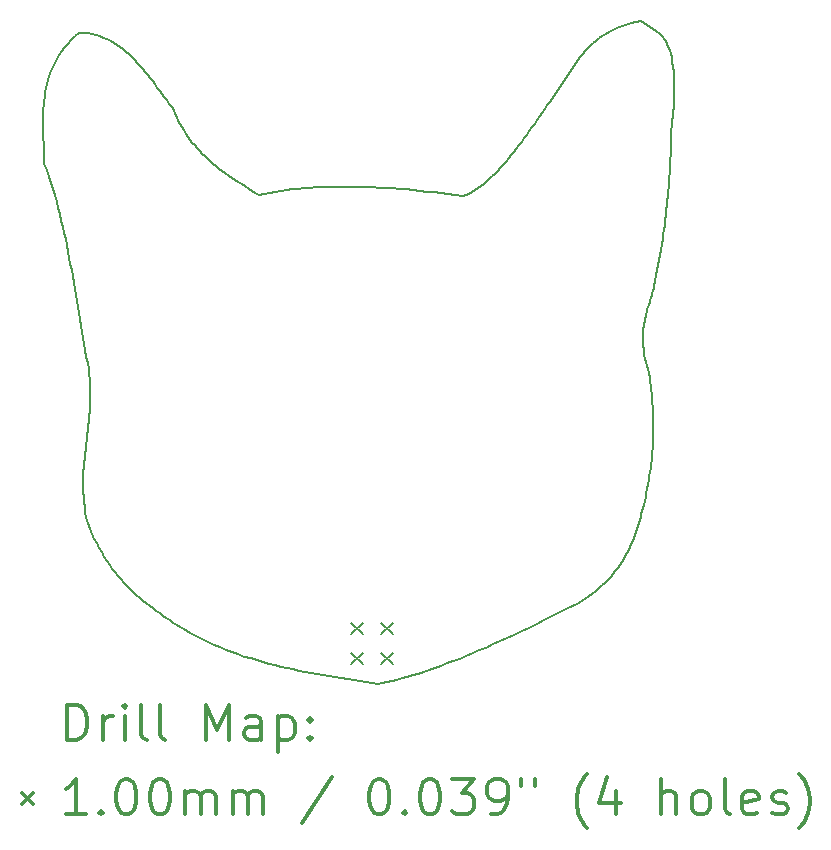
<source format=gbr>
%FSLAX45Y45*%
G04 Gerber Fmt 4.5, Leading zero omitted, Abs format (unit mm)*
G04 Created by KiCad (PCBNEW 5.1.6-c6e7f7d~87~ubuntu18.04.1) date 2020-07-20 20:37:35*
%MOMM*%
%LPD*%
G01*
G04 APERTURE LIST*
%TA.AperFunction,Profile*%
%ADD10C,0.200000*%
%TD*%
%ADD11C,0.200000*%
%ADD12C,0.300000*%
G04 APERTURE END LIST*
D10*
X15689365Y-5002011D02*
X15688331Y-5039065D01*
X15688331Y-5039065D02*
X15687156Y-5076259D01*
X15687156Y-5076259D02*
X15685832Y-5113601D01*
X15685832Y-5113601D02*
X15684350Y-5151101D01*
X15684350Y-5151101D02*
X15682703Y-5188767D01*
X15682703Y-5188767D02*
X15680881Y-5226607D01*
X15680881Y-5226607D02*
X15678876Y-5264630D01*
X15678876Y-5264630D02*
X15676680Y-5302845D01*
X15676680Y-5302845D02*
X15674283Y-5341259D01*
X15674283Y-5341259D02*
X15671678Y-5379882D01*
X15671678Y-5379882D02*
X15668856Y-5418721D01*
X15668856Y-5418721D02*
X15665809Y-5457786D01*
X15665809Y-5457786D02*
X15662528Y-5497085D01*
X15662528Y-5497085D02*
X15659004Y-5536626D01*
X15659004Y-5536626D02*
X15655229Y-5576419D01*
X15655229Y-5576419D02*
X15651196Y-5616470D01*
X15651196Y-5616470D02*
X15646894Y-5656790D01*
X15646894Y-5656790D02*
X15642315Y-5697386D01*
X15642315Y-5697386D02*
X15637452Y-5738267D01*
X15637452Y-5738267D02*
X15632296Y-5779441D01*
X15632296Y-5779441D02*
X15626838Y-5820918D01*
X15626838Y-5820918D02*
X15621069Y-5862705D01*
X15621069Y-5862705D02*
X15614981Y-5904811D01*
X15614981Y-5904811D02*
X15608567Y-5947245D01*
X15608567Y-5947245D02*
X15601816Y-5990014D01*
X15601816Y-5990014D02*
X15594721Y-6033128D01*
X15594721Y-6033128D02*
X15587274Y-6076596D01*
X15587274Y-6076596D02*
X15579465Y-6120425D01*
X15579465Y-6120425D02*
X15571286Y-6164623D01*
X15571286Y-6164623D02*
X15562729Y-6209201D01*
X15562729Y-6209201D02*
X15553786Y-6254166D01*
X15553786Y-6254166D02*
X15544447Y-6299526D01*
X10747773Y-6948280D02*
X10737460Y-6895841D01*
X10737460Y-6895841D02*
X10727508Y-6843462D01*
X10727508Y-6843462D02*
X10717873Y-6791136D01*
X10717873Y-6791136D02*
X10708512Y-6738856D01*
X10708512Y-6738856D02*
X10699381Y-6686614D01*
X10699381Y-6686614D02*
X10690438Y-6634404D01*
X10690438Y-6634404D02*
X10681639Y-6582217D01*
X10681639Y-6582217D02*
X10672941Y-6530048D01*
X10672941Y-6530048D02*
X10664301Y-6477887D01*
X10664301Y-6477887D02*
X10655674Y-6425730D01*
X10655674Y-6425730D02*
X10647019Y-6373567D01*
X10647019Y-6373567D02*
X10638292Y-6321392D01*
X10638292Y-6321392D02*
X10629450Y-6269199D01*
X10629450Y-6269199D02*
X10620448Y-6216978D01*
X10620448Y-6216978D02*
X10611245Y-6164724D01*
X10611245Y-6164724D02*
X10601797Y-6112430D01*
X10601797Y-6112430D02*
X10592060Y-6060087D01*
X10592060Y-6060087D02*
X10581992Y-6007688D01*
X10581992Y-6007688D02*
X10571549Y-5955228D01*
X10571549Y-5955228D02*
X10560687Y-5902698D01*
X10560687Y-5902698D02*
X10549364Y-5850090D01*
X10549364Y-5850090D02*
X10537536Y-5797399D01*
X10537536Y-5797399D02*
X10525161Y-5744616D01*
X10525161Y-5744616D02*
X10512194Y-5691735D01*
X10512194Y-5691735D02*
X10498593Y-5638748D01*
X10498593Y-5638748D02*
X10484314Y-5585649D01*
X10484314Y-5585649D02*
X10469314Y-5532429D01*
X10469314Y-5532429D02*
X10453549Y-5479081D01*
X10453549Y-5479081D02*
X10436978Y-5425600D01*
X10436978Y-5425600D02*
X10419555Y-5371976D01*
X10419555Y-5371976D02*
X10401239Y-5318204D01*
X10401239Y-5318204D02*
X10381985Y-5264275D01*
X14957788Y-8949762D02*
X14887252Y-8987043D01*
X14887252Y-8987043D02*
X14817733Y-9023366D01*
X14817733Y-9023366D02*
X14749229Y-9058730D01*
X14749229Y-9058730D02*
X14681743Y-9093137D01*
X14681743Y-9093137D02*
X14615272Y-9126585D01*
X14615272Y-9126585D02*
X14549818Y-9159075D01*
X14549818Y-9159075D02*
X14485380Y-9190607D01*
X14485380Y-9190607D02*
X14421959Y-9221181D01*
X14421959Y-9221181D02*
X14359554Y-9250797D01*
X14359554Y-9250797D02*
X14298166Y-9279455D01*
X14298166Y-9279455D02*
X14237794Y-9307154D01*
X14237794Y-9307154D02*
X14178438Y-9333896D01*
X14178438Y-9333896D02*
X14120098Y-9359679D01*
X14120098Y-9359679D02*
X14062776Y-9384504D01*
X14062776Y-9384504D02*
X14006469Y-9408371D01*
X14006469Y-9408371D02*
X13951179Y-9431280D01*
X13951179Y-9431280D02*
X13896905Y-9453231D01*
X13896905Y-9453231D02*
X13843648Y-9474223D01*
X13843648Y-9474223D02*
X13791407Y-9494258D01*
X13791407Y-9494258D02*
X13740182Y-9513334D01*
X13740182Y-9513334D02*
X13689974Y-9531452D01*
X13689974Y-9531452D02*
X13640782Y-9548612D01*
X13640782Y-9548612D02*
X13592607Y-9564814D01*
X13592607Y-9564814D02*
X13545448Y-9580058D01*
X13545448Y-9580058D02*
X13499305Y-9594343D01*
X13499305Y-9594343D02*
X13454179Y-9607671D01*
X13454179Y-9607671D02*
X13410069Y-9620040D01*
X13410069Y-9620040D02*
X13366976Y-9631451D01*
X13366976Y-9631451D02*
X13324899Y-9641904D01*
X13324899Y-9641904D02*
X13283838Y-9651398D01*
X13283838Y-9651398D02*
X13243794Y-9659935D01*
X13243794Y-9659935D02*
X13204766Y-9667513D01*
X15454727Y-8149169D02*
X15448791Y-8175387D01*
X15448791Y-8175387D02*
X15442693Y-8201585D01*
X15442693Y-8201585D02*
X15436387Y-8227756D01*
X15436387Y-8227756D02*
X15429828Y-8253896D01*
X15429828Y-8253896D02*
X15422969Y-8279999D01*
X15422969Y-8279999D02*
X15415765Y-8306058D01*
X15415765Y-8306058D02*
X15408171Y-8332069D01*
X15408171Y-8332069D02*
X15400141Y-8358025D01*
X15400141Y-8358025D02*
X15391628Y-8383920D01*
X15391628Y-8383920D02*
X15382588Y-8409750D01*
X15382588Y-8409750D02*
X15372975Y-8435508D01*
X15372975Y-8435508D02*
X15362743Y-8461189D01*
X15362743Y-8461189D02*
X15351846Y-8486786D01*
X15351846Y-8486786D02*
X15340239Y-8512295D01*
X15340239Y-8512295D02*
X15327876Y-8537709D01*
X15327876Y-8537709D02*
X15314712Y-8563024D01*
X15314712Y-8563024D02*
X15300700Y-8588232D01*
X15300700Y-8588232D02*
X15285795Y-8613328D01*
X15285795Y-8613328D02*
X15269952Y-8638307D01*
X15269952Y-8638307D02*
X15253124Y-8663164D01*
X15253124Y-8663164D02*
X15235266Y-8687891D01*
X15235266Y-8687891D02*
X15216333Y-8712484D01*
X15216333Y-8712484D02*
X15196278Y-8736937D01*
X15196278Y-8736937D02*
X15175056Y-8761243D01*
X15175056Y-8761243D02*
X15152621Y-8785399D01*
X15152621Y-8785399D02*
X15128929Y-8809397D01*
X15128929Y-8809397D02*
X15103932Y-8833232D01*
X15103932Y-8833232D02*
X15077585Y-8856898D01*
X15077585Y-8856898D02*
X15049843Y-8880390D01*
X15049843Y-8880390D02*
X15020660Y-8903702D01*
X15020660Y-8903702D02*
X14989990Y-8926828D01*
X14989990Y-8926828D02*
X14957788Y-8949762D01*
X11479351Y-4808764D02*
X11490498Y-4839401D01*
X11490498Y-4839401D02*
X11502659Y-4869300D01*
X11502659Y-4869300D02*
X11515807Y-4898481D01*
X11515807Y-4898481D02*
X11529914Y-4926965D01*
X11529914Y-4926965D02*
X11544949Y-4954773D01*
X11544949Y-4954773D02*
X11560884Y-4981927D01*
X11560884Y-4981927D02*
X11577692Y-5008447D01*
X11577692Y-5008447D02*
X11595342Y-5034353D01*
X11595342Y-5034353D02*
X11613807Y-5059668D01*
X11613807Y-5059668D02*
X11633057Y-5084411D01*
X11633057Y-5084411D02*
X11653064Y-5108604D01*
X11653064Y-5108604D02*
X11673798Y-5132268D01*
X11673798Y-5132268D02*
X11695232Y-5155423D01*
X11695232Y-5155423D02*
X11717337Y-5178090D01*
X11717337Y-5178090D02*
X11740083Y-5200290D01*
X11740083Y-5200290D02*
X11763443Y-5222045D01*
X11763443Y-5222045D02*
X11787387Y-5243375D01*
X11787387Y-5243375D02*
X11811886Y-5264300D01*
X11811886Y-5264300D02*
X11836912Y-5284843D01*
X11836912Y-5284843D02*
X11862437Y-5305023D01*
X11862437Y-5305023D02*
X11888431Y-5324862D01*
X11888431Y-5324862D02*
X11914865Y-5344380D01*
X11914865Y-5344380D02*
X11941711Y-5363599D01*
X11941711Y-5363599D02*
X11968941Y-5382539D01*
X11968941Y-5382539D02*
X11996525Y-5401221D01*
X11996525Y-5401221D02*
X12024435Y-5419666D01*
X12024435Y-5419666D02*
X12052641Y-5437896D01*
X12052641Y-5437896D02*
X12081116Y-5455930D01*
X12081116Y-5455930D02*
X12109831Y-5473790D01*
X12109831Y-5473790D02*
X12138756Y-5491497D01*
X12138756Y-5491497D02*
X12167863Y-5509071D01*
X12167863Y-5509071D02*
X12197124Y-5526534D01*
X13204766Y-9667513D02*
X13153434Y-9659013D01*
X13153434Y-9659013D02*
X13102103Y-9650701D01*
X13102103Y-9650701D02*
X13050772Y-9642521D01*
X13050772Y-9642521D02*
X12999441Y-9634415D01*
X12999441Y-9634415D02*
X12948109Y-9626327D01*
X12948109Y-9626327D02*
X12896778Y-9618197D01*
X12896778Y-9618197D02*
X12845447Y-9609971D01*
X12845447Y-9609971D02*
X12794116Y-9601589D01*
X12794116Y-9601589D02*
X12742785Y-9592995D01*
X12742785Y-9592995D02*
X12691453Y-9584132D01*
X12691453Y-9584132D02*
X12640122Y-9574943D01*
X12640122Y-9574943D02*
X12588791Y-9565369D01*
X12588791Y-9565369D02*
X12537460Y-9555355D01*
X12537460Y-9555355D02*
X12486129Y-9544842D01*
X12486129Y-9544842D02*
X12434798Y-9533773D01*
X12434798Y-9533773D02*
X12383467Y-9522092D01*
X12383467Y-9522092D02*
X12332135Y-9509740D01*
X12332135Y-9509740D02*
X12280804Y-9496661D01*
X12280804Y-9496661D02*
X12229473Y-9482798D01*
X12229473Y-9482798D02*
X12178142Y-9468092D01*
X12178142Y-9468092D02*
X12126811Y-9452487D01*
X12126811Y-9452487D02*
X12075480Y-9435926D01*
X12075480Y-9435926D02*
X12024149Y-9418351D01*
X12024149Y-9418351D02*
X11972817Y-9399705D01*
X11972817Y-9399705D02*
X11921486Y-9379931D01*
X11921486Y-9379931D02*
X11870155Y-9358972D01*
X11870155Y-9358972D02*
X11818824Y-9336769D01*
X11818824Y-9336769D02*
X11767493Y-9313267D01*
X11767493Y-9313267D02*
X11716161Y-9288408D01*
X11716161Y-9288408D02*
X11664830Y-9262134D01*
X11664830Y-9262134D02*
X11613499Y-9234388D01*
X11613499Y-9234388D02*
X11562167Y-9205113D01*
X10747773Y-8307910D02*
X10737531Y-8260645D01*
X10737531Y-8260645D02*
X10729084Y-8214481D01*
X10729084Y-8214481D02*
X10722318Y-8169338D01*
X10722318Y-8169338D02*
X10717120Y-8125137D01*
X10717120Y-8125137D02*
X10713376Y-8081799D01*
X10713376Y-8081799D02*
X10710973Y-8039245D01*
X10710973Y-8039245D02*
X10709798Y-7997396D01*
X10709798Y-7997396D02*
X10709737Y-7956171D01*
X10709737Y-7956171D02*
X10710677Y-7915493D01*
X10710677Y-7915493D02*
X10712504Y-7875281D01*
X10712504Y-7875281D02*
X10715105Y-7835456D01*
X10715105Y-7835456D02*
X10718367Y-7795940D01*
X10718367Y-7795940D02*
X10722177Y-7756652D01*
X10722177Y-7756652D02*
X10726420Y-7717514D01*
X10726420Y-7717514D02*
X10730985Y-7678447D01*
X10730985Y-7678447D02*
X10735756Y-7639371D01*
X10735756Y-7639371D02*
X10740621Y-7600206D01*
X10740621Y-7600206D02*
X10745467Y-7560875D01*
X10745467Y-7560875D02*
X10750180Y-7521296D01*
X10750180Y-7521296D02*
X10754647Y-7481392D01*
X10754647Y-7481392D02*
X10758754Y-7441083D01*
X10758754Y-7441083D02*
X10762388Y-7400289D01*
X10762388Y-7400289D02*
X10765436Y-7358932D01*
X10765436Y-7358932D02*
X10767784Y-7316932D01*
X10767784Y-7316932D02*
X10769319Y-7274210D01*
X10769319Y-7274210D02*
X10769927Y-7230687D01*
X10769927Y-7230687D02*
X10769496Y-7186283D01*
X10769496Y-7186283D02*
X10767911Y-7140919D01*
X10767911Y-7140919D02*
X10765060Y-7094516D01*
X10765060Y-7094516D02*
X10760829Y-7046994D01*
X10760829Y-7046994D02*
X10755104Y-6998275D01*
X10755104Y-6998275D02*
X10747773Y-6948280D01*
X14661014Y-4739748D02*
X14679589Y-4715113D01*
X14679589Y-4715113D02*
X14697549Y-4690116D01*
X14697549Y-4690116D02*
X14714991Y-4664815D01*
X14714991Y-4664815D02*
X14732012Y-4639266D01*
X14732012Y-4639266D02*
X14748711Y-4613528D01*
X14748711Y-4613528D02*
X14765185Y-4587657D01*
X14765185Y-4587657D02*
X14781532Y-4561711D01*
X14781532Y-4561711D02*
X14797848Y-4535748D01*
X14797848Y-4535748D02*
X14814232Y-4509824D01*
X14814232Y-4509824D02*
X14830781Y-4483997D01*
X14830781Y-4483997D02*
X14847592Y-4458325D01*
X14847592Y-4458325D02*
X14864764Y-4432864D01*
X14864764Y-4432864D02*
X14882393Y-4407673D01*
X14882393Y-4407673D02*
X14900577Y-4382808D01*
X14900577Y-4382808D02*
X14919414Y-4358327D01*
X14919414Y-4358327D02*
X14939001Y-4334287D01*
X14939001Y-4334287D02*
X14959436Y-4310746D01*
X14959436Y-4310746D02*
X14980816Y-4287761D01*
X14980816Y-4287761D02*
X15003238Y-4265390D01*
X15003238Y-4265390D02*
X15026801Y-4243689D01*
X15026801Y-4243689D02*
X15051602Y-4222716D01*
X15051602Y-4222716D02*
X15077739Y-4202529D01*
X15077739Y-4202529D02*
X15105308Y-4183185D01*
X15105308Y-4183185D02*
X15134407Y-4164741D01*
X15134407Y-4164741D02*
X15165135Y-4147255D01*
X15165135Y-4147255D02*
X15197588Y-4130783D01*
X15197588Y-4130783D02*
X15231864Y-4115384D01*
X15231864Y-4115384D02*
X15268061Y-4101115D01*
X15268061Y-4101115D02*
X15306275Y-4088033D01*
X15306275Y-4088033D02*
X15346606Y-4076196D01*
X15346606Y-4076196D02*
X15389149Y-4065660D01*
X15389149Y-4065660D02*
X15434003Y-4056484D01*
X10381985Y-5264275D02*
X10380778Y-5230256D01*
X10380778Y-5230256D02*
X10379304Y-5195895D01*
X10379304Y-5195895D02*
X10377656Y-5161223D01*
X10377656Y-5161223D02*
X10375927Y-5126269D01*
X10375927Y-5126269D02*
X10374210Y-5091062D01*
X10374210Y-5091062D02*
X10372598Y-5055633D01*
X10372598Y-5055633D02*
X10371183Y-5020009D01*
X10371183Y-5020009D02*
X10370059Y-4984222D01*
X10370059Y-4984222D02*
X10369318Y-4948301D01*
X10369318Y-4948301D02*
X10369054Y-4912275D01*
X10369054Y-4912275D02*
X10369360Y-4876174D01*
X10369360Y-4876174D02*
X10370327Y-4840027D01*
X10370327Y-4840027D02*
X10372050Y-4803865D01*
X10372050Y-4803865D02*
X10374621Y-4767716D01*
X10374621Y-4767716D02*
X10378132Y-4731611D01*
X10378132Y-4731611D02*
X10382678Y-4695578D01*
X10382678Y-4695578D02*
X10388351Y-4659648D01*
X10388351Y-4659648D02*
X10395243Y-4623850D01*
X10395243Y-4623850D02*
X10403449Y-4588213D01*
X10403449Y-4588213D02*
X10413060Y-4552768D01*
X10413060Y-4552768D02*
X10424169Y-4517543D01*
X10424169Y-4517543D02*
X10436870Y-4482569D01*
X10436870Y-4482569D02*
X10451255Y-4447875D01*
X10451255Y-4447875D02*
X10467418Y-4413490D01*
X10467418Y-4413490D02*
X10485451Y-4379444D01*
X10485451Y-4379444D02*
X10505447Y-4345768D01*
X10505447Y-4345768D02*
X10527500Y-4312489D01*
X10527500Y-4312489D02*
X10551701Y-4279638D01*
X10551701Y-4279638D02*
X10578144Y-4247245D01*
X10578144Y-4247245D02*
X10606922Y-4215339D01*
X10606922Y-4215339D02*
X10638128Y-4183949D01*
X10638128Y-4183949D02*
X10671855Y-4153106D01*
X12197124Y-5526534D02*
X12243088Y-5517305D01*
X12243088Y-5517305D02*
X12289615Y-5508760D01*
X12289615Y-5508760D02*
X12336701Y-5500893D01*
X12336701Y-5500893D02*
X12384341Y-5493698D01*
X12384341Y-5493698D02*
X12432529Y-5487170D01*
X12432529Y-5487170D02*
X12481260Y-5481301D01*
X12481260Y-5481301D02*
X12530530Y-5476087D01*
X12530530Y-5476087D02*
X12580333Y-5471519D01*
X12580333Y-5471519D02*
X12630665Y-5467594D01*
X12630665Y-5467594D02*
X12681520Y-5464304D01*
X12681520Y-5464304D02*
X12732893Y-5461643D01*
X12732893Y-5461643D02*
X12784779Y-5459606D01*
X12784779Y-5459606D02*
X12837174Y-5458186D01*
X12837174Y-5458186D02*
X12890071Y-5457377D01*
X12890071Y-5457377D02*
X12943467Y-5457173D01*
X12943467Y-5457173D02*
X12997356Y-5457568D01*
X12997356Y-5457568D02*
X13051733Y-5458555D01*
X13051733Y-5458555D02*
X13106593Y-5460129D01*
X13106593Y-5460129D02*
X13161931Y-5462284D01*
X13161931Y-5462284D02*
X13217743Y-5465013D01*
X13217743Y-5465013D02*
X13274022Y-5468310D01*
X13274022Y-5468310D02*
X13330764Y-5472170D01*
X13330764Y-5472170D02*
X13387964Y-5476585D01*
X13387964Y-5476585D02*
X13445616Y-5481551D01*
X13445616Y-5481551D02*
X13503717Y-5487060D01*
X13503717Y-5487060D02*
X13562260Y-5493108D01*
X13562260Y-5493108D02*
X13621241Y-5499686D01*
X13621241Y-5499686D02*
X13680655Y-5506791D01*
X13680655Y-5506791D02*
X13740497Y-5514414D01*
X13740497Y-5514414D02*
X13800761Y-5522551D01*
X13800761Y-5522551D02*
X13861443Y-5531195D01*
X13861443Y-5531195D02*
X13922538Y-5540341D01*
X15434003Y-4056484D02*
X15456122Y-4075186D01*
X15456122Y-4075186D02*
X15480800Y-4091220D01*
X15480800Y-4091220D02*
X15507313Y-4106313D01*
X15507313Y-4106313D02*
X15534937Y-4122190D01*
X15534937Y-4122190D02*
X15562947Y-4140576D01*
X15562947Y-4140576D02*
X15590618Y-4163198D01*
X15590618Y-4163198D02*
X15617227Y-4191781D01*
X15617227Y-4191781D02*
X15629907Y-4208847D01*
X15629907Y-4208847D02*
X15642049Y-4228050D01*
X15642049Y-4228050D02*
X15653564Y-4249607D01*
X15653564Y-4249607D02*
X15664360Y-4273732D01*
X15664360Y-4273732D02*
X15674347Y-4300642D01*
X15674347Y-4300642D02*
X15683434Y-4330552D01*
X15683434Y-4330552D02*
X15691532Y-4363678D01*
X15691532Y-4363678D02*
X15698549Y-4400236D01*
X15698549Y-4400236D02*
X15704395Y-4440441D01*
X15704395Y-4440441D02*
X15708979Y-4484509D01*
X15708979Y-4484509D02*
X15712211Y-4532656D01*
X15712211Y-4532656D02*
X15714000Y-4585098D01*
X15714000Y-4585098D02*
X15714255Y-4642050D01*
X15714255Y-4642050D02*
X15712887Y-4703727D01*
X15712887Y-4703727D02*
X15709805Y-4770347D01*
X15709805Y-4770347D02*
X15704917Y-4842123D01*
X15704917Y-4842123D02*
X15698134Y-4919273D01*
X15698134Y-4919273D02*
X15689365Y-5002011D01*
X13922538Y-5540341D02*
X13949034Y-5528996D01*
X13949034Y-5528996D02*
X13975178Y-5516243D01*
X13975178Y-5516243D02*
X14000982Y-5502133D01*
X14000982Y-5502133D02*
X14026461Y-5486719D01*
X14026461Y-5486719D02*
X14051627Y-5470054D01*
X14051627Y-5470054D02*
X14076493Y-5452190D01*
X14076493Y-5452190D02*
X14101073Y-5433181D01*
X14101073Y-5433181D02*
X14125380Y-5413079D01*
X14125380Y-5413079D02*
X14149427Y-5391937D01*
X14149427Y-5391937D02*
X14173226Y-5369806D01*
X14173226Y-5369806D02*
X14196792Y-5346741D01*
X14196792Y-5346741D02*
X14220137Y-5322794D01*
X14220137Y-5322794D02*
X14243275Y-5298017D01*
X14243275Y-5298017D02*
X14266219Y-5272464D01*
X14266219Y-5272464D02*
X14288982Y-5246186D01*
X14288982Y-5246186D02*
X14311576Y-5219237D01*
X14311576Y-5219237D02*
X14334016Y-5191669D01*
X14334016Y-5191669D02*
X14356315Y-5163536D01*
X14356315Y-5163536D02*
X14378485Y-5134889D01*
X14378485Y-5134889D02*
X14400540Y-5105781D01*
X14400540Y-5105781D02*
X14422493Y-5076266D01*
X14422493Y-5076266D02*
X14444358Y-5046395D01*
X14444358Y-5046395D02*
X14466146Y-5016222D01*
X14466146Y-5016222D02*
X14487872Y-4985799D01*
X14487872Y-4985799D02*
X14509549Y-4955179D01*
X14509549Y-4955179D02*
X14531190Y-4924415D01*
X14531190Y-4924415D02*
X14552808Y-4893559D01*
X14552808Y-4893559D02*
X14574416Y-4862663D01*
X14574416Y-4862663D02*
X14596027Y-4831782D01*
X14596027Y-4831782D02*
X14617655Y-4800967D01*
X14617655Y-4800967D02*
X14639313Y-4770272D01*
X14639313Y-4770272D02*
X14661014Y-4739748D01*
X11562167Y-9205113D02*
X11532631Y-9186420D01*
X11532631Y-9186420D02*
X11503145Y-9167609D01*
X11503145Y-9167609D02*
X11473732Y-9148631D01*
X11473732Y-9148631D02*
X11444413Y-9129439D01*
X11444413Y-9129439D02*
X11415210Y-9109983D01*
X11415210Y-9109983D02*
X11386142Y-9090216D01*
X11386142Y-9090216D02*
X11357232Y-9070088D01*
X11357232Y-9070088D02*
X11328501Y-9049551D01*
X11328501Y-9049551D02*
X11299970Y-9028557D01*
X11299970Y-9028557D02*
X11271660Y-9007057D01*
X11271660Y-9007057D02*
X11243593Y-8985002D01*
X11243593Y-8985002D02*
X11215789Y-8962345D01*
X11215789Y-8962345D02*
X11188270Y-8939036D01*
X11188270Y-8939036D02*
X11161058Y-8915028D01*
X11161058Y-8915028D02*
X11134173Y-8890271D01*
X11134173Y-8890271D02*
X11107636Y-8864717D01*
X11107636Y-8864717D02*
X11081469Y-8838318D01*
X11081469Y-8838318D02*
X11055693Y-8811025D01*
X11055693Y-8811025D02*
X11030329Y-8782789D01*
X11030329Y-8782789D02*
X11005399Y-8753563D01*
X11005399Y-8753563D02*
X10980924Y-8723297D01*
X10980924Y-8723297D02*
X10956924Y-8691944D01*
X10956924Y-8691944D02*
X10933422Y-8659454D01*
X10933422Y-8659454D02*
X10910438Y-8625780D01*
X10910438Y-8625780D02*
X10887993Y-8590872D01*
X10887993Y-8590872D02*
X10866109Y-8554682D01*
X10866109Y-8554682D02*
X10844808Y-8517162D01*
X10844808Y-8517162D02*
X10824109Y-8478263D01*
X10824109Y-8478263D02*
X10804036Y-8437937D01*
X10804036Y-8437937D02*
X10784607Y-8396135D01*
X10784607Y-8396135D02*
X10765846Y-8352809D01*
X10765846Y-8352809D02*
X10747773Y-8307910D01*
X15544447Y-6299526D02*
X15539428Y-6319626D01*
X15539428Y-6319626D02*
X15534120Y-6339495D01*
X15534120Y-6339495D02*
X15528577Y-6359175D01*
X15528577Y-6359175D02*
X15522851Y-6378708D01*
X15522851Y-6378708D02*
X15516994Y-6398137D01*
X15516994Y-6398137D02*
X15511061Y-6417505D01*
X15511061Y-6417505D02*
X15505103Y-6436853D01*
X15505103Y-6436853D02*
X15499174Y-6456223D01*
X15499174Y-6456223D02*
X15493327Y-6475659D01*
X15493327Y-6475659D02*
X15487614Y-6495202D01*
X15487614Y-6495202D02*
X15482088Y-6514895D01*
X15482088Y-6514895D02*
X15476803Y-6534780D01*
X15476803Y-6534780D02*
X15471811Y-6554900D01*
X15471811Y-6554900D02*
X15467165Y-6575296D01*
X15467165Y-6575296D02*
X15462917Y-6596011D01*
X15462917Y-6596011D02*
X15459122Y-6617088D01*
X15459122Y-6617088D02*
X15455831Y-6638568D01*
X15455831Y-6638568D02*
X15453098Y-6660495D01*
X15453098Y-6660495D02*
X15450975Y-6682909D01*
X15450975Y-6682909D02*
X15449516Y-6705855D01*
X15449516Y-6705855D02*
X15448773Y-6729373D01*
X15448773Y-6729373D02*
X15448799Y-6753507D01*
X15448799Y-6753507D02*
X15449647Y-6778299D01*
X15449647Y-6778299D02*
X15451371Y-6803790D01*
X15451371Y-6803790D02*
X15454022Y-6830024D01*
X15454022Y-6830024D02*
X15457653Y-6857042D01*
X15457653Y-6857042D02*
X15462318Y-6884887D01*
X15462318Y-6884887D02*
X15468070Y-6913602D01*
X15468070Y-6913602D02*
X15474961Y-6943228D01*
X15474961Y-6943228D02*
X15483045Y-6973808D01*
X15483045Y-6973808D02*
X15492373Y-7005385D01*
X15492373Y-7005385D02*
X15503000Y-7038000D01*
X10671855Y-4153106D02*
X10710004Y-4155983D01*
X10710004Y-4155983D02*
X10746773Y-4160744D01*
X10746773Y-4160744D02*
X10782215Y-4167312D01*
X10782215Y-4167312D02*
X10816387Y-4175614D01*
X10816387Y-4175614D02*
X10849342Y-4185575D01*
X10849342Y-4185575D02*
X10881135Y-4197121D01*
X10881135Y-4197121D02*
X10911821Y-4210175D01*
X10911821Y-4210175D02*
X10941455Y-4224665D01*
X10941455Y-4224665D02*
X10970092Y-4240515D01*
X10970092Y-4240515D02*
X10997786Y-4257650D01*
X10997786Y-4257650D02*
X11024592Y-4275996D01*
X11024592Y-4275996D02*
X11050564Y-4295479D01*
X11050564Y-4295479D02*
X11075758Y-4316023D01*
X11075758Y-4316023D02*
X11100229Y-4337554D01*
X11100229Y-4337554D02*
X11124030Y-4359997D01*
X11124030Y-4359997D02*
X11147217Y-4383278D01*
X11147217Y-4383278D02*
X11169845Y-4407321D01*
X11169845Y-4407321D02*
X11191968Y-4432053D01*
X11191968Y-4432053D02*
X11213641Y-4457399D01*
X11213641Y-4457399D02*
X11234918Y-4483284D01*
X11234918Y-4483284D02*
X11255855Y-4509633D01*
X11255855Y-4509633D02*
X11276507Y-4536371D01*
X11276507Y-4536371D02*
X11296927Y-4563425D01*
X11296927Y-4563425D02*
X11317172Y-4590719D01*
X11317172Y-4590719D02*
X11337294Y-4618179D01*
X11337294Y-4618179D02*
X11357351Y-4645729D01*
X11357351Y-4645729D02*
X11377395Y-4673296D01*
X11377395Y-4673296D02*
X11397481Y-4700805D01*
X11397481Y-4700805D02*
X11417666Y-4728181D01*
X11417666Y-4728181D02*
X11438002Y-4755349D01*
X11438002Y-4755349D02*
X11458546Y-4782235D01*
X11458546Y-4782235D02*
X11479351Y-4808764D01*
X13204766Y-9667513D02*
X13204766Y-9667513D01*
X15503000Y-7038000D02*
X15507820Y-7073515D01*
X15507820Y-7073515D02*
X15512278Y-7108985D01*
X15512278Y-7108985D02*
X15516368Y-7144408D01*
X15516368Y-7144408D02*
X15520087Y-7179786D01*
X15520087Y-7179786D02*
X15523429Y-7215116D01*
X15523429Y-7215116D02*
X15526391Y-7250399D01*
X15526391Y-7250399D02*
X15528967Y-7285634D01*
X15528967Y-7285634D02*
X15531153Y-7320819D01*
X15531153Y-7320819D02*
X15532945Y-7355956D01*
X15532945Y-7355956D02*
X15534338Y-7391043D01*
X15534338Y-7391043D02*
X15535326Y-7426079D01*
X15535326Y-7426079D02*
X15535907Y-7461064D01*
X15535907Y-7461064D02*
X15536075Y-7495998D01*
X15536075Y-7495998D02*
X15535825Y-7530879D01*
X15535825Y-7530879D02*
X15535153Y-7565708D01*
X15535153Y-7565708D02*
X15534055Y-7600483D01*
X15534055Y-7600483D02*
X15532525Y-7635205D01*
X15532525Y-7635205D02*
X15530560Y-7669872D01*
X15530560Y-7669872D02*
X15528154Y-7704484D01*
X15528154Y-7704484D02*
X15525303Y-7739040D01*
X15525303Y-7739040D02*
X15522003Y-7773540D01*
X15522003Y-7773540D02*
X15518249Y-7807984D01*
X15518249Y-7807984D02*
X15514036Y-7842370D01*
X15514036Y-7842370D02*
X15509360Y-7876698D01*
X15509360Y-7876698D02*
X15504216Y-7910967D01*
X15504216Y-7910967D02*
X15498600Y-7945178D01*
X15498600Y-7945178D02*
X15492507Y-7979329D01*
X15492507Y-7979329D02*
X15485932Y-8013420D01*
X15485932Y-8013420D02*
X15478872Y-8047450D01*
X15478872Y-8047450D02*
X15471320Y-8081418D01*
X15471320Y-8081418D02*
X15463273Y-8115325D01*
X15463273Y-8115325D02*
X15454727Y-8149169D01*
D11*
X12980000Y-9148500D02*
X13080000Y-9248500D01*
X13080000Y-9148500D02*
X12980000Y-9248500D01*
X12980000Y-9402500D02*
X13080000Y-9502500D01*
X13080000Y-9402500D02*
X12980000Y-9502500D01*
X13234000Y-9148500D02*
X13334000Y-9248500D01*
X13334000Y-9148500D02*
X13234000Y-9248500D01*
X13234000Y-9402500D02*
X13334000Y-9502500D01*
X13334000Y-9402500D02*
X13234000Y-9502500D01*
D12*
X10574759Y-10143228D02*
X10574759Y-9843228D01*
X10646187Y-9843228D01*
X10689044Y-9857513D01*
X10717616Y-9886085D01*
X10731901Y-9914656D01*
X10746187Y-9971799D01*
X10746187Y-10014656D01*
X10731901Y-10071799D01*
X10717616Y-10100371D01*
X10689044Y-10128942D01*
X10646187Y-10143228D01*
X10574759Y-10143228D01*
X10874759Y-10143228D02*
X10874759Y-9943228D01*
X10874759Y-10000371D02*
X10889044Y-9971799D01*
X10903330Y-9957513D01*
X10931901Y-9943228D01*
X10960473Y-9943228D01*
X11060473Y-10143228D02*
X11060473Y-9943228D01*
X11060473Y-9843228D02*
X11046187Y-9857513D01*
X11060473Y-9871799D01*
X11074759Y-9857513D01*
X11060473Y-9843228D01*
X11060473Y-9871799D01*
X11246187Y-10143228D02*
X11217616Y-10128942D01*
X11203330Y-10100371D01*
X11203330Y-9843228D01*
X11403330Y-10143228D02*
X11374758Y-10128942D01*
X11360473Y-10100371D01*
X11360473Y-9843228D01*
X11746187Y-10143228D02*
X11746187Y-9843228D01*
X11846187Y-10057513D01*
X11946187Y-9843228D01*
X11946187Y-10143228D01*
X12217616Y-10143228D02*
X12217616Y-9986085D01*
X12203330Y-9957513D01*
X12174758Y-9943228D01*
X12117616Y-9943228D01*
X12089044Y-9957513D01*
X12217616Y-10128942D02*
X12189044Y-10143228D01*
X12117616Y-10143228D01*
X12089044Y-10128942D01*
X12074758Y-10100371D01*
X12074758Y-10071799D01*
X12089044Y-10043228D01*
X12117616Y-10028942D01*
X12189044Y-10028942D01*
X12217616Y-10014656D01*
X12360473Y-9943228D02*
X12360473Y-10243228D01*
X12360473Y-9957513D02*
X12389044Y-9943228D01*
X12446187Y-9943228D01*
X12474758Y-9957513D01*
X12489044Y-9971799D01*
X12503330Y-10000371D01*
X12503330Y-10086085D01*
X12489044Y-10114656D01*
X12474758Y-10128942D01*
X12446187Y-10143228D01*
X12389044Y-10143228D01*
X12360473Y-10128942D01*
X12631901Y-10114656D02*
X12646187Y-10128942D01*
X12631901Y-10143228D01*
X12617616Y-10128942D01*
X12631901Y-10114656D01*
X12631901Y-10143228D01*
X12631901Y-9957513D02*
X12646187Y-9971799D01*
X12631901Y-9986085D01*
X12617616Y-9971799D01*
X12631901Y-9957513D01*
X12631901Y-9986085D01*
X10188330Y-10587513D02*
X10288330Y-10687513D01*
X10288330Y-10587513D02*
X10188330Y-10687513D01*
X10731901Y-10773228D02*
X10560473Y-10773228D01*
X10646187Y-10773228D02*
X10646187Y-10473228D01*
X10617616Y-10516085D01*
X10589044Y-10544656D01*
X10560473Y-10558942D01*
X10860473Y-10744656D02*
X10874759Y-10758942D01*
X10860473Y-10773228D01*
X10846187Y-10758942D01*
X10860473Y-10744656D01*
X10860473Y-10773228D01*
X11060473Y-10473228D02*
X11089044Y-10473228D01*
X11117616Y-10487513D01*
X11131901Y-10501799D01*
X11146187Y-10530371D01*
X11160473Y-10587513D01*
X11160473Y-10658942D01*
X11146187Y-10716085D01*
X11131901Y-10744656D01*
X11117616Y-10758942D01*
X11089044Y-10773228D01*
X11060473Y-10773228D01*
X11031901Y-10758942D01*
X11017616Y-10744656D01*
X11003330Y-10716085D01*
X10989044Y-10658942D01*
X10989044Y-10587513D01*
X11003330Y-10530371D01*
X11017616Y-10501799D01*
X11031901Y-10487513D01*
X11060473Y-10473228D01*
X11346187Y-10473228D02*
X11374758Y-10473228D01*
X11403330Y-10487513D01*
X11417616Y-10501799D01*
X11431901Y-10530371D01*
X11446187Y-10587513D01*
X11446187Y-10658942D01*
X11431901Y-10716085D01*
X11417616Y-10744656D01*
X11403330Y-10758942D01*
X11374758Y-10773228D01*
X11346187Y-10773228D01*
X11317616Y-10758942D01*
X11303330Y-10744656D01*
X11289044Y-10716085D01*
X11274758Y-10658942D01*
X11274758Y-10587513D01*
X11289044Y-10530371D01*
X11303330Y-10501799D01*
X11317616Y-10487513D01*
X11346187Y-10473228D01*
X11574758Y-10773228D02*
X11574758Y-10573228D01*
X11574758Y-10601799D02*
X11589044Y-10587513D01*
X11617616Y-10573228D01*
X11660473Y-10573228D01*
X11689044Y-10587513D01*
X11703330Y-10616085D01*
X11703330Y-10773228D01*
X11703330Y-10616085D02*
X11717616Y-10587513D01*
X11746187Y-10573228D01*
X11789044Y-10573228D01*
X11817616Y-10587513D01*
X11831901Y-10616085D01*
X11831901Y-10773228D01*
X11974758Y-10773228D02*
X11974758Y-10573228D01*
X11974758Y-10601799D02*
X11989044Y-10587513D01*
X12017616Y-10573228D01*
X12060473Y-10573228D01*
X12089044Y-10587513D01*
X12103330Y-10616085D01*
X12103330Y-10773228D01*
X12103330Y-10616085D02*
X12117616Y-10587513D01*
X12146187Y-10573228D01*
X12189044Y-10573228D01*
X12217616Y-10587513D01*
X12231901Y-10616085D01*
X12231901Y-10773228D01*
X12817616Y-10458942D02*
X12560473Y-10844656D01*
X13203330Y-10473228D02*
X13231901Y-10473228D01*
X13260473Y-10487513D01*
X13274758Y-10501799D01*
X13289044Y-10530371D01*
X13303330Y-10587513D01*
X13303330Y-10658942D01*
X13289044Y-10716085D01*
X13274758Y-10744656D01*
X13260473Y-10758942D01*
X13231901Y-10773228D01*
X13203330Y-10773228D01*
X13174758Y-10758942D01*
X13160473Y-10744656D01*
X13146187Y-10716085D01*
X13131901Y-10658942D01*
X13131901Y-10587513D01*
X13146187Y-10530371D01*
X13160473Y-10501799D01*
X13174758Y-10487513D01*
X13203330Y-10473228D01*
X13431901Y-10744656D02*
X13446187Y-10758942D01*
X13431901Y-10773228D01*
X13417616Y-10758942D01*
X13431901Y-10744656D01*
X13431901Y-10773228D01*
X13631901Y-10473228D02*
X13660473Y-10473228D01*
X13689044Y-10487513D01*
X13703330Y-10501799D01*
X13717616Y-10530371D01*
X13731901Y-10587513D01*
X13731901Y-10658942D01*
X13717616Y-10716085D01*
X13703330Y-10744656D01*
X13689044Y-10758942D01*
X13660473Y-10773228D01*
X13631901Y-10773228D01*
X13603330Y-10758942D01*
X13589044Y-10744656D01*
X13574758Y-10716085D01*
X13560473Y-10658942D01*
X13560473Y-10587513D01*
X13574758Y-10530371D01*
X13589044Y-10501799D01*
X13603330Y-10487513D01*
X13631901Y-10473228D01*
X13831901Y-10473228D02*
X14017616Y-10473228D01*
X13917616Y-10587513D01*
X13960473Y-10587513D01*
X13989044Y-10601799D01*
X14003330Y-10616085D01*
X14017616Y-10644656D01*
X14017616Y-10716085D01*
X14003330Y-10744656D01*
X13989044Y-10758942D01*
X13960473Y-10773228D01*
X13874758Y-10773228D01*
X13846187Y-10758942D01*
X13831901Y-10744656D01*
X14160473Y-10773228D02*
X14217616Y-10773228D01*
X14246187Y-10758942D01*
X14260473Y-10744656D01*
X14289044Y-10701799D01*
X14303330Y-10644656D01*
X14303330Y-10530371D01*
X14289044Y-10501799D01*
X14274758Y-10487513D01*
X14246187Y-10473228D01*
X14189044Y-10473228D01*
X14160473Y-10487513D01*
X14146187Y-10501799D01*
X14131901Y-10530371D01*
X14131901Y-10601799D01*
X14146187Y-10630371D01*
X14160473Y-10644656D01*
X14189044Y-10658942D01*
X14246187Y-10658942D01*
X14274758Y-10644656D01*
X14289044Y-10630371D01*
X14303330Y-10601799D01*
X14417616Y-10473228D02*
X14417616Y-10530371D01*
X14531901Y-10473228D02*
X14531901Y-10530371D01*
X14974758Y-10887513D02*
X14960473Y-10873228D01*
X14931901Y-10830371D01*
X14917616Y-10801799D01*
X14903330Y-10758942D01*
X14889044Y-10687513D01*
X14889044Y-10630371D01*
X14903330Y-10558942D01*
X14917616Y-10516085D01*
X14931901Y-10487513D01*
X14960473Y-10444656D01*
X14974758Y-10430371D01*
X15217616Y-10573228D02*
X15217616Y-10773228D01*
X15146187Y-10458942D02*
X15074758Y-10673228D01*
X15260473Y-10673228D01*
X15603330Y-10773228D02*
X15603330Y-10473228D01*
X15731901Y-10773228D02*
X15731901Y-10616085D01*
X15717616Y-10587513D01*
X15689044Y-10573228D01*
X15646187Y-10573228D01*
X15617616Y-10587513D01*
X15603330Y-10601799D01*
X15917616Y-10773228D02*
X15889044Y-10758942D01*
X15874758Y-10744656D01*
X15860473Y-10716085D01*
X15860473Y-10630371D01*
X15874758Y-10601799D01*
X15889044Y-10587513D01*
X15917616Y-10573228D01*
X15960473Y-10573228D01*
X15989044Y-10587513D01*
X16003330Y-10601799D01*
X16017616Y-10630371D01*
X16017616Y-10716085D01*
X16003330Y-10744656D01*
X15989044Y-10758942D01*
X15960473Y-10773228D01*
X15917616Y-10773228D01*
X16189044Y-10773228D02*
X16160473Y-10758942D01*
X16146187Y-10730371D01*
X16146187Y-10473228D01*
X16417616Y-10758942D02*
X16389044Y-10773228D01*
X16331901Y-10773228D01*
X16303330Y-10758942D01*
X16289044Y-10730371D01*
X16289044Y-10616085D01*
X16303330Y-10587513D01*
X16331901Y-10573228D01*
X16389044Y-10573228D01*
X16417616Y-10587513D01*
X16431901Y-10616085D01*
X16431901Y-10644656D01*
X16289044Y-10673228D01*
X16546187Y-10758942D02*
X16574758Y-10773228D01*
X16631901Y-10773228D01*
X16660473Y-10758942D01*
X16674758Y-10730371D01*
X16674758Y-10716085D01*
X16660473Y-10687513D01*
X16631901Y-10673228D01*
X16589044Y-10673228D01*
X16560473Y-10658942D01*
X16546187Y-10630371D01*
X16546187Y-10616085D01*
X16560473Y-10587513D01*
X16589044Y-10573228D01*
X16631901Y-10573228D01*
X16660473Y-10587513D01*
X16774758Y-10887513D02*
X16789044Y-10873228D01*
X16817616Y-10830371D01*
X16831901Y-10801799D01*
X16846187Y-10758942D01*
X16860473Y-10687513D01*
X16860473Y-10630371D01*
X16846187Y-10558942D01*
X16831901Y-10516085D01*
X16817616Y-10487513D01*
X16789044Y-10444656D01*
X16774758Y-10430371D01*
M02*

</source>
